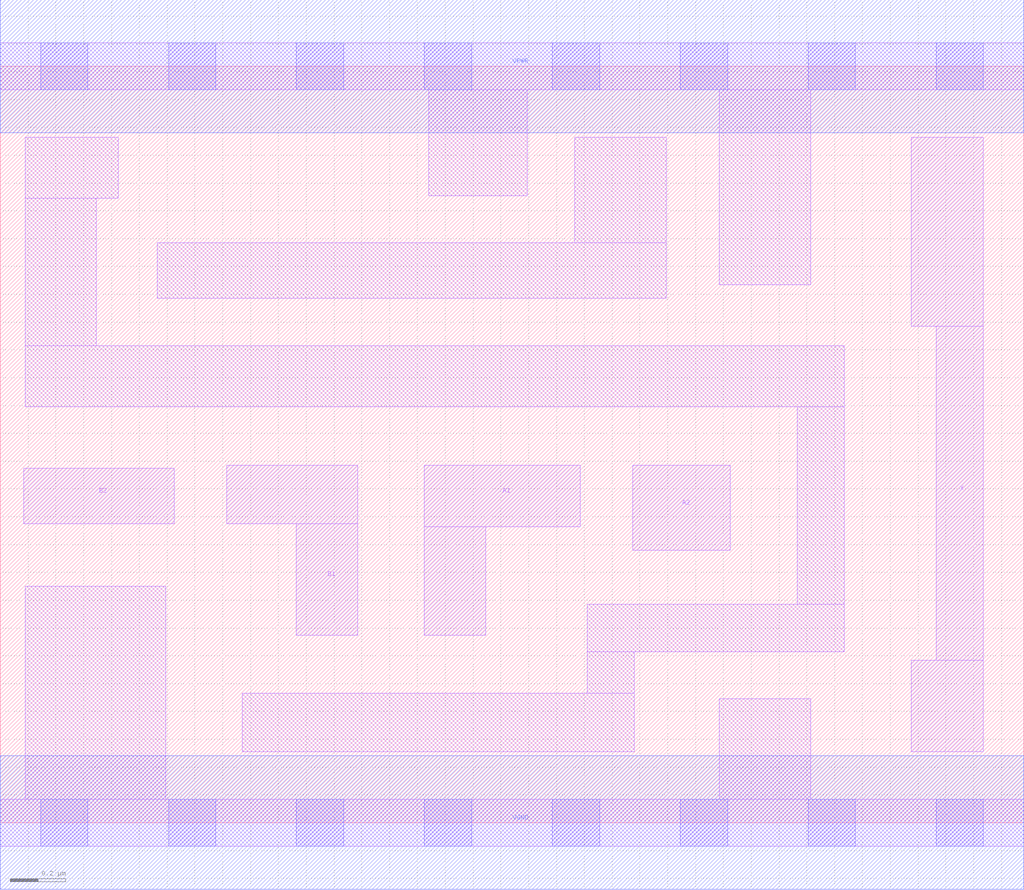
<source format=lef>
# Copyright 2020 The SkyWater PDK Authors
#
# Licensed under the Apache License, Version 2.0 (the "License");
# you may not use this file except in compliance with the License.
# You may obtain a copy of the License at
#
#     https://www.apache.org/licenses/LICENSE-2.0
#
# Unless required by applicable law or agreed to in writing, software
# distributed under the License is distributed on an "AS IS" BASIS,
# WITHOUT WARRANTIES OR CONDITIONS OF ANY KIND, either express or implied.
# See the License for the specific language governing permissions and
# limitations under the License.
#
# SPDX-License-Identifier: Apache-2.0

VERSION 5.7 ;
  NAMESCASESENSITIVE ON ;
  NOWIREEXTENSIONATPIN ON ;
  DIVIDERCHAR "/" ;
  BUSBITCHARS "[]" ;
UNITS
  DATABASE MICRONS 200 ;
END UNITS
PROPERTYDEFINITIONS
  MACRO maskLayoutSubType STRING ;
  MACRO prCellType STRING ;
  MACRO originalViewName STRING ;
END PROPERTYDEFINITIONS
MACRO sky130_fd_sc_hdll__a22o_1
  CLASS CORE ;
  FOREIGN sky130_fd_sc_hdll__a22o_1 ;
  ORIGIN  0.000000  0.000000 ;
  SIZE  3.680000 BY  2.720000 ;
  SYMMETRY X Y R90 ;
  SITE unithd ;
  PIN A1
    ANTENNAGATEAREA  0.277500 ;
    DIRECTION INPUT ;
    USE SIGNAL ;
    PORT
      LAYER li1 ;
        RECT 1.525000 0.675000 1.745000 1.065000 ;
        RECT 1.525000 1.065000 2.085000 1.285000 ;
    END
  END A1
  PIN A2
    ANTENNAGATEAREA  0.277500 ;
    DIRECTION INPUT ;
    USE SIGNAL ;
    PORT
      LAYER li1 ;
        RECT 2.275000 0.980000 2.625000 1.285000 ;
    END
  END A2
  PIN B1
    ANTENNAGATEAREA  0.277500 ;
    DIRECTION INPUT ;
    USE SIGNAL ;
    PORT
      LAYER li1 ;
        RECT 0.815000 1.075000 1.285000 1.285000 ;
        RECT 1.065000 0.675000 1.285000 1.075000 ;
    END
  END B1
  PIN B2
    ANTENNAGATEAREA  0.277500 ;
    DIRECTION INPUT ;
    USE SIGNAL ;
    PORT
      LAYER li1 ;
        RECT 0.085000 1.075000 0.625000 1.275000 ;
    END
  END B2
  PIN VGND
    ANTENNADIFFAREA  0.435500 ;
    DIRECTION INOUT ;
    USE SIGNAL ;
    PORT
      LAYER met1 ;
        RECT 0.000000 -0.240000 3.680000 0.240000 ;
    END
  END VGND
  PIN VPWR
    ANTENNADIFFAREA  0.600000 ;
    DIRECTION INOUT ;
    USE SIGNAL ;
    PORT
      LAYER met1 ;
        RECT 0.000000 2.480000 3.680000 2.960000 ;
    END
  END VPWR
  PIN X
    ANTENNADIFFAREA  0.670000 ;
    DIRECTION OUTPUT ;
    USE SIGNAL ;
    PORT
      LAYER li1 ;
        RECT 3.275000 0.255000 3.535000 0.585000 ;
        RECT 3.275000 1.785000 3.535000 2.465000 ;
        RECT 3.365000 0.585000 3.535000 1.785000 ;
    END
  END X
  OBS
    LAYER li1 ;
      RECT 0.000000 -0.085000 3.680000 0.085000 ;
      RECT 0.000000  2.635000 3.680000 2.805000 ;
      RECT 0.090000  0.085000 0.595000 0.850000 ;
      RECT 0.090000  1.495000 3.035000 1.715000 ;
      RECT 0.090000  1.715000 0.345000 2.245000 ;
      RECT 0.090000  2.245000 0.425000 2.465000 ;
      RECT 0.565000  1.885000 2.395000 2.085000 ;
      RECT 0.870000  0.255000 2.280000 0.465000 ;
      RECT 1.540000  2.255000 1.895000 2.635000 ;
      RECT 2.065000  2.085000 2.395000 2.465000 ;
      RECT 2.110000  0.465000 2.280000 0.615000 ;
      RECT 2.110000  0.615000 3.035000 0.785000 ;
      RECT 2.585000  0.085000 2.915000 0.445000 ;
      RECT 2.585000  1.935000 2.915000 2.635000 ;
      RECT 2.865000  0.785000 3.035000 1.495000 ;
    LAYER mcon ;
      RECT 0.145000 -0.085000 0.315000 0.085000 ;
      RECT 0.145000  2.635000 0.315000 2.805000 ;
      RECT 0.605000 -0.085000 0.775000 0.085000 ;
      RECT 0.605000  2.635000 0.775000 2.805000 ;
      RECT 1.065000 -0.085000 1.235000 0.085000 ;
      RECT 1.065000  2.635000 1.235000 2.805000 ;
      RECT 1.525000 -0.085000 1.695000 0.085000 ;
      RECT 1.525000  2.635000 1.695000 2.805000 ;
      RECT 1.985000 -0.085000 2.155000 0.085000 ;
      RECT 1.985000  2.635000 2.155000 2.805000 ;
      RECT 2.445000 -0.085000 2.615000 0.085000 ;
      RECT 2.445000  2.635000 2.615000 2.805000 ;
      RECT 2.905000 -0.085000 3.075000 0.085000 ;
      RECT 2.905000  2.635000 3.075000 2.805000 ;
      RECT 3.365000 -0.085000 3.535000 0.085000 ;
      RECT 3.365000  2.635000 3.535000 2.805000 ;
  END
  PROPERTY maskLayoutSubType "abstract" ;
  PROPERTY prCellType "standard" ;
  PROPERTY originalViewName "layout" ;
END sky130_fd_sc_hdll__a22o_1
END LIBRARY

</source>
